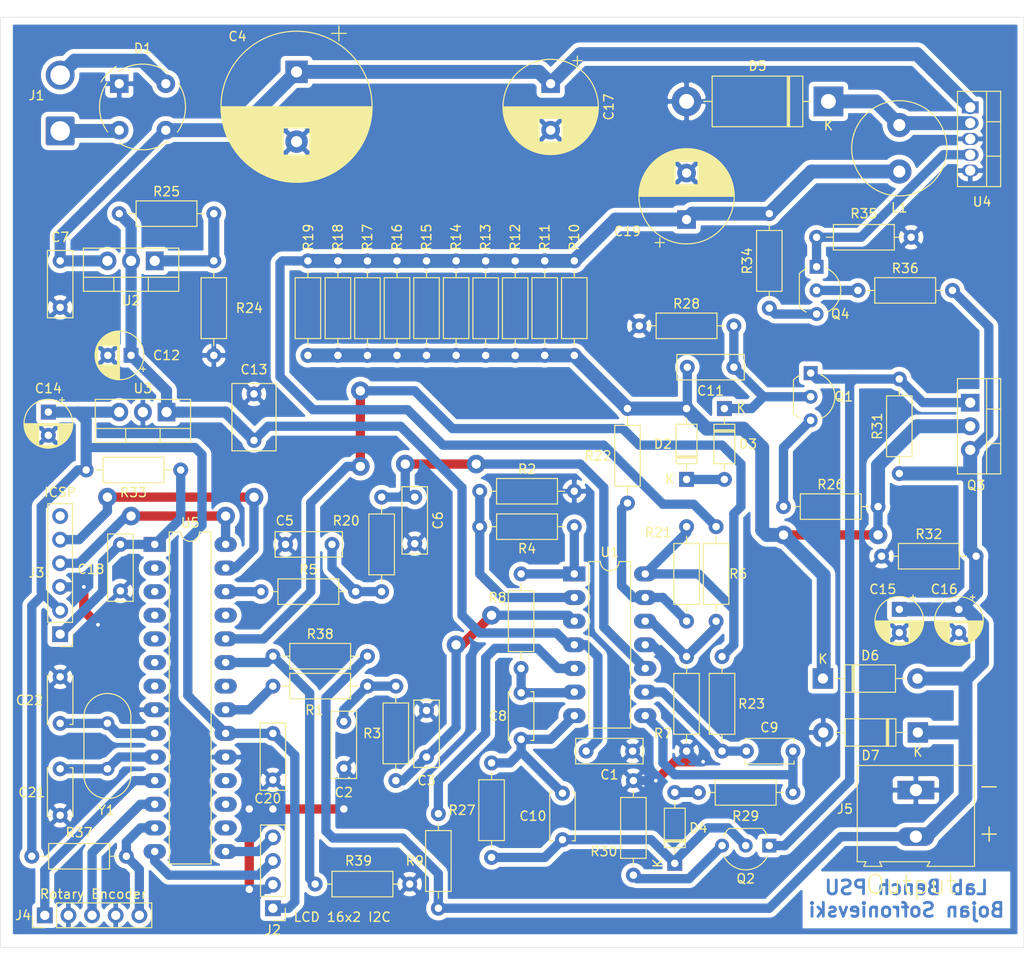
<source format=kicad_pcb>
(kicad_pcb (version 20211014) (generator pcbnew)
  (layers (0 "F.Cu" signal) (31 "B.Cu" signal) (34 "B.Paste" user) (35 "F.Paste" user) (36 "B.SilkS" user "B.Silkscreen") (37 "F.SilkS" user "F.Silkscreen") (38 "B.Mask" user) (39 "F.Mask" user) (44 "Edge.Cuts" user))
  (net 0 "")
  (net 1 "+18V")
  (net 2 "GND")
  (net 3 "Net-(C2-Pad1)")
  (net 4 "Net-(C3-Pad1)")
  (net 5 "VDC")
  (net 6 "Net-(C5-Pad1)")
  (net 7 "Net-(C6-Pad1)")
  (net 8 "Net-(C8-Pad2)")
  (net 9 "Net-(C10-Pad2)")
  (net 10 "Net-(C9-Pad1)")
  (net 11 "Net-(C9-Pad2)")
  (net 12 "Clim")
  (net 13 "Net-(C11-Pad2)")
  (net 14 "Net-(C11-Pad1)")
  (net 15 "+5V")
  (net 16 "Vout")
  (net 17 "Vpp")
  (net 18 "Vpre")
  (net 19 "OSC1")
  (net 20 "OSC2")
  (net 21 "/AC1")
  (net 22 "/AC2")
  (net 23 "Net-(D2-Pad1)")
  (net 24 "Net-(D4-Pad2)")
  (net 25 "Net-(D5-Pad1)")
  (net 26 "SCL")
  (net 27 "SDA")
  (net 28 "PGD")
  (net 29 "PGC")
  (net 30 "Net-(J3-Pad6)")
  (net 31 "Net-(Q1-Pad3)")
  (net 32 "Net-(Q1-Pad1)")
  (net 33 "Net-(Q2-Pad3)")
  (net 34 "Net-(Q4-Pad2)")
  (net 35 "Net-(Q4-Pad3)")
  (net 36 "Net-(Q4-Pad1)")
  (net 37 "Vset")
  (net 38 "Net-(R2-Pad1)")
  (net 39 "Net-(R4-Pad1)")
  (net 40 "Iset")
  (net 41 "Net-(R6-Pad2)")
  (net 42 "Net-(R9-Pad1)")
  (net 43 "Net-(R21-Pad1)")
  (net 44 "Iout")
  (net 45 "Net-(R24-Pad1)")
  (net 46 "RotSw")
  (net 47 "RotEncB")
  (net 48 "RotEncA")
  (net 49 "Net-(U5-Pad16)")
  (net 50 "Net-(U5-Pad4)")
  (net 51 "Net-(U5-Pad22)")
  (net 52 "Net-(U5-Pad25)")
  (net 53 "Net-(U5-Pad2)")
  (net 54 "Net-(U5-Pad3)")
  (net 55 "Net-(U5-Pad5)")
  (net 56 "Net-(U5-Pad6)")
  (net 57 "Net-(U5-Pad7)")
  (net 58 "Net-(U5-Pad17)")
  (net 59 "Net-(U5-Pad18)")
  (net 60 "VoutADC")
  (footprint "Capacitor_THT:C_Rect_L7.0mm_W2.5mm_P5.00mm" (layer "F.Cu") (at 147.955 128.905)
    (fp_text reference "C1")
    (fp_text value "100nF")
  )
  (footprint "Capacitor_THT:C_Rect_L7.0mm_W2.5mm_P5.00mm" (layer "F.Cu") (at 121.92 125.73 -90)
    (fp_text reference "C2")
    (fp_text value "100nF")
  )
  (footprint "Capacitor_THT:CP_Radial_D16.0mm_P7.50mm" (layer "F.Cu") (at 116.84 55.88 -90)
    (fp_text reference "C4")
    (fp_text value "2200uF")
  )
  (footprint "Capacitor_THT:C_Rect_L7.0mm_W2.5mm_P5.00mm" (layer "F.Cu") (at 120.65 106.68 180)
    (fp_text reference "C5")
    (fp_text value "100nF")
  )
  (footprint "Capacitor_THT:C_Rect_L7.0mm_W2.5mm_P5.00mm" (layer "F.Cu") (at 129.54 101.6 -90)
    (fp_text reference "C6")
    (fp_text value "100nF")
  )
  (footprint "Capacitor_THT:C_Rect_L7.0mm_W2.5mm_P5.00mm" (layer "F.Cu") (at 91.44 76.2 -90)
    (fp_text reference "C7")
    (fp_text value "100nF")
  )
  (footprint "Capacitor_THT:C_Disc_D5.0mm_W2.5mm_P5.00mm" (layer "F.Cu") (at 140.97 127.635 90)
    (fp_text reference "C8")
    (fp_text value "10nF")
  )
  (footprint "Capacitor_THT:C_Rect_L7.0mm_W2.5mm_P5.00mm" (layer "F.Cu") (at 163.83 87.63 180)
    (fp_text reference "C11")
    (fp_text value "100nF")
  )
  (footprint "Capacitor_THT:CP_Radial_D5.0mm_P2.50mm" (layer "F.Cu") (at 99.06 86.36 180)
    (fp_text reference "C12")
    (fp_text value "1uF")
  )
  (footprint "Capacitor_THT:C_Rect_L7.0mm_W4.5mm_P5.00mm" (layer "F.Cu") (at 112.268 95.504 90)
    (fp_text reference "C13")
    (fp_text value "330nF")
  )
  (footprint "Capacitor_THT:CP_Radial_D5.0mm_P2.50mm" (layer "F.Cu") (at 181.61 113.665 -90)
    (fp_text reference "C15")
    (fp_text value "10uF")
  )
  (footprint "Capacitor_THT:CP_Radial_D5.0mm_P2.50mm" (layer "F.Cu") (at 188.01 113.665 -90)
    (fp_text reference "C16")
    (fp_text value "10uF")
  )
  (footprint "Capacitor_THT:CP_Radial_D10.0mm_P5.00mm" (layer "F.Cu") (at 144.145 57.15 -90)
    (fp_text reference "C17")
    (fp_text value "100uF/50 V")
  )
  (footprint "Capacitor_THT:C_Rect_L7.0mm_W2.5mm_P5.00mm" (layer "F.Cu") (at 97.917 106.68 -90)
    (fp_text reference "C18")
    (fp_text value "100nF")
  )
  (footprint "Capacitor_THT:CP_Radial_D10.0mm_P5.00mm" (layer "F.Cu") (at 158.75 71.755 90)
    (fp_text reference "C19")
    (fp_text value "1000uF/25 V")
  )
  (footprint "Capacitor_THT:C_Rect_L7.0mm_W2.5mm_P5.00mm" (layer "F.Cu") (at 114.3 127 -90)
    (fp_text reference "C20")
    (fp_text value "100nF")
  )
  (footprint "Capacitor_THT:C_Disc_D5.0mm_W2.5mm_P5.00mm" (layer "F.Cu") (at 91.44 130.81 -90)
    (fp_text reference "C21")
    (fp_text value "22pF")
  )
  (footprint "Capacitor_THT:C_Disc_D5.0mm_W2.5mm_P5.00mm" (layer "F.Cu") (at 91.44 125.9205 90)
    (fp_text reference "C22")
    (fp_text value "22pF")
  )
  (footprint "Diode_THT:Diode_Bridge_Round_D9.0mm" (layer "F.Cu") (at 97.79 57.15)
    (fp_text reference "D1")
    (fp_text value "1.5 A Bridge Rectifier")
  )
  (footprint "Diode_THT:D_DO-35_SOD27_P7.62mm_Horizontal" (layer "F.Cu") (at 158.75 99.695 90)
    (fp_text reference "D2")
    (fp_text value "1N4148")
  )
  (footprint "Diode_THT:D_DO-35_SOD27_P7.62mm_Horizontal" (layer "F.Cu") (at 162.814 92.075 -90)
    (fp_text reference "D3")
    (fp_text value "1N4148")
  )
  (footprint "Diode_THT:D_DO-35_SOD27_P7.62mm_Horizontal" (layer "F.Cu") (at 157.48 140.97 90)
    (fp_text reference "D4")
    (fp_text value "1N4148")
  )
  (footprint "Diode_THT:D_DO-201AD_P15.24mm_Horizontal" (layer "F.Cu") (at 173.99 59.055 180)
    (fp_text reference "D5")
    (fp_text value "1N5822")
  )
  (footprint "Connector_Wire:SolderWire-1.5sqmm_1x02_P6mm_D1.7mm_OD3mm" (layer "F.Cu") (at 91.44 62.23 90)
    (fp_text reference "J1")
    (fp_text value "Transformer Output/18 Vrms")
  )
  (footprint "Inductor_THT:L_Radial_D10.0mm_P5.00mm_Fastron_07M" (layer "F.Cu") (at 181.61 61.595 -90)
    (fp_text reference "L1")
    (fp_text value "100uH")
  )
  (footprint "Package_TO_SOT_THT:TO-92_Inline_Wide" (layer "F.Cu") (at 172.085 88.265 -90)
    (fp_text reference "Q1")
    (fp_text value "BC557")
  )
  (footprint "Package_TO_SOT_THT:TO-92_Inline_Wide" (layer "F.Cu") (at 167.64 139.065 180)
    (fp_text reference "Q2")
    (fp_text value "BC547")
  )
  (footprint "Package_TO_SOT_THT:TO-220-3_Vertical" (layer "F.Cu") (at 189.23 91.44 -90)
    (fp_text reference "Q3")
    (fp_text value "TIP41C")
  )
  (footprint "Package_TO_SOT_THT:TO-92_Inline_Wide" (layer "F.Cu") (at 172.72 76.835 -90)
    (fp_text reference "Q4")
    (fp_text value "BC557")
  )
  (footprint "Resistor_THT:R_Axial_DIN0207_L6.3mm_D2.5mm_P10.16mm_Horizontal" (layer "F.Cu") (at 114.3 121.92)
    (fp_text reference "R1")
    (fp_text value "10k")
  )
  (footprint "Resistor_THT:R_Axial_DIN0207_L6.3mm_D2.5mm_P10.16mm_Horizontal" (layer "F.Cu") (at 136.525 100.965)
    (fp_text reference "R2")
    (fp_text value "7k5")
  )
  (footprint "Resistor_THT:R_Axial_DIN0207_L6.3mm_D2.5mm_P10.16mm_Horizontal" (layer "F.Cu") (at 127.508 121.92 -90)
    (fp_text reference "R3")
    (fp_text value "10k")
  )
  (footprint "Resistor_THT:R_Axial_DIN0207_L6.3mm_D2.5mm_P10.16mm_Horizontal" (layer "F.Cu") (at 146.685 104.775 180)
    (fp_text reference "R4")
    (fp_text value "15k")
  )
  (footprint "Resistor_THT:R_Axial_DIN0207_L6.3mm_D2.5mm_P10.16mm_Horizontal" (layer "F.Cu") (at 113.03 111.76)
    (fp_text reference "R5")
    (fp_text value "10k")
  )
  (footprint "Resistor_THT:R_Axial_DIN0207_L6.3mm_D2.5mm_P10.16mm_Horizontal" (layer "F.Cu") (at 161.925 104.775 -90)
    (fp_text reference "R6")
    (fp_text value "100k")
  )
  (footprint "Resistor_THT:R_Axial_DIN0207_L6.3mm_D2.5mm_P10.16mm_Horizontal" (layer "F.Cu") (at 158.75 128.905 90)
    (fp_text reference "R7")
    (fp_text value "1M")
  )
  (footprint "Resistor_THT:R_Axial_DIN0207_L6.3mm_D2.5mm_P10.16mm_Horizontal" (layer "F.Cu") (at 140.97 120.015 90)
    (fp_text reference "R8")
    (fp_text value "1k")
  )
  (footprint "Resistor_THT:R_Axial_DIN0207_L6.3mm_D2.5mm_P10.16mm_Horizontal" (layer "F.Cu") (at 146.685 86.36 90)
    (fp_text reference "R10")
    (fp_text value "1R")
  )
  (footprint "Resistor_THT:R_Axial_DIN0207_L6.3mm_D2.5mm_P10.16mm_Horizontal" (layer "F.Cu") (at 143.51 86.36 90)
    (fp_text reference "R11")
    (fp_text value "1R")
  )
  (footprint "Resistor_THT:R_Axial_DIN0207_L6.3mm_D2.5mm_P10.16mm_Horizontal" (layer "F.Cu") (at 140.335 86.37 90)
    (fp_text reference "R12")
    (fp_text value "1R")
  )
  (footprint "Resistor_THT:R_Axial_DIN0207_L6.3mm_D2.5mm_P10.16mm_Horizontal" (layer "F.Cu") (at 137.16 86.37 90)
    (fp_text reference "R13")
    (fp_text value "1R")
  )
  (footprint "Resistor_THT:R_Axial_DIN0207_L6.3mm_D2.5mm_P10.16mm_Horizontal" (layer "F.Cu") (at 133.985 86.36 90)
    (fp_text reference "R14")
    (fp_text value "1R")
  )
  (footprint "Resistor_THT:R_Axial_DIN0207_L6.3mm_D2.5mm_P10.16mm_Horizontal" (layer "F.Cu") (at 130.81 86.36 90)
    (fp_text reference "R15")
    (fp_text value "1R")
  )
  (footprint "Resistor_THT:R_Axial_DIN0207_L6.3mm_D2.5mm_P10.16mm_Horizontal" (layer "F.Cu") (at 127.635 86.36 90)
    (fp_text reference "R16")
    (fp_text value "1R")
  )
  (footprint "Resistor_THT:R_Axial_DIN0207_L6.3mm_D2.5mm_P10.16mm_Horizontal" (layer "F.Cu") (at 124.46 86.37 90)
    (fp_text reference "R17")
    (fp_text value "1R")
  )
  (footprint "Resistor_THT:R_Axial_DIN0207_L6.3mm_D2.5mm_P10.16mm_Horizontal" (layer "F.Cu") (at 121.285 86.36 90)
    (fp_text reference "R18")
    (fp_text value "1R")
  )
  (footprint "Resistor_THT:R_Axial_DIN0207_L6.3mm_D2.5mm_P10.16mm_Horizontal" (layer "F.Cu") (at 118.06 86.36 90)
    (fp_text reference "R19")
    (fp_text value "1R")
  )
  (footprint "Resistor_THT:R_Axial_DIN0207_L6.3mm_D2.5mm_P10.16mm_Horizontal" (layer "F.Cu") (at 125.984 111.76 90)
    (fp_text reference "R20")
    (fp_text value "10k")
  )
  (footprint "Resistor_THT:R_Axial_DIN0207_L6.3mm_D2.5mm_P10.16mm_Horizontal" (layer "F.Cu") (at 152.4 92.075 -90)
    (fp_text reference "R22")
    (fp_text value "100k")
  )
  (footprint "Resistor_THT:R_Axial_DIN0207_L6.3mm_D2.5mm_P10.16mm_Horizontal" (layer "F.Cu") (at 162.56 118.745 -90)
    (fp_text reference "R23")
    (fp_text value "1k")
  )
  (footprint "Resistor_THT:R_Axial_DIN0207_L6.3mm_D2.5mm_P10.16mm_Horizontal" (layer "F.Cu") (at 107.95 76.2 -90)
    (fp_text reference "R24")
    (fp_text value "3k3")
  )
  (footprint "Resistor_THT:R_Axial_DIN0207_L6.3mm_D2.5mm_P10.16mm_Horizontal" (layer "F.Cu") (at 97.79 71.12)
    (fp_text reference "R25")
    (fp_text value "240R")
  )
  (footprint "Resistor_THT:R_Axial_DIN0207_L6.3mm_D2.5mm_P10.16mm_Horizontal" (layer "F.Cu") (at 169.164 102.616)
    (fp_text reference "R26")
    (fp_text value "68R")
  )
  (footprint "Resistor_THT:R_Axial_DIN0207_L6.3mm_D2.5mm_P10.16mm_Horizontal" (layer "F.Cu") (at 137.795 140.335 90)
    (fp_text reference "R27")
    (fp_text value "2k2")
  )
  (footprint "Resistor_THT:R_Axial_DIN0207_L6.3mm_D2.5mm_P10.16mm_Horizontal" (layer "F.Cu") (at 153.67 83.185)
    (fp_text reference "R28")
    (fp_text value "10k")
  )
  (footprint "Resistor_THT:R_Axial_DIN0207_L6.3mm_D2.5mm_P10.16mm_Horizontal" (layer "F.Cu") (at 160.02 133.35)
    (fp_text reference "R29")
    (fp_text value "470R")
  )
  (footprint "Resistor_THT:R_Axial_DIN0207_L6.3mm_D2.5mm_P10.16mm_Horizontal" (layer "F.Cu") (at 153.035 132.08 -90)
    (fp_text reference "R30")
    (fp_text value "22R")
  )
  (footprint "Resistor_THT:R_Axial_DIN0207_L6.3mm_D2.5mm_P10.16mm_Horizontal" (layer "F.Cu") (at 181.61 99.06 90)
    (fp_text reference "R31")
    (fp_text value "470R")
  )
  (footprint "Resistor_THT:R_Axial_DIN0207_L6.3mm_D2.5mm_P10.16mm_Horizontal" (layer "F.Cu") (at 179.705 107.95)
    (fp_text reference "R32")
    (fp_text value "1k")
  )
  (footprint "Resistor_THT:R_Axial_DIN0207_L6.3mm_D2.5mm_P10.16mm_Horizontal" (layer "F.Cu") (at 104.394 98.679 180)
    (fp_text reference "R33")
    (fp_text value "10k")
  )
  (footprint "Resistor_THT:R_Axial_DIN0207_L6.3mm_D2.5mm_P10.16mm_Horizontal" (layer "F.Cu") (at 167.64 81.28 90)
    (fp_text reference "R34")
    (fp_text value "6k5")
  )
  (footprint "Resistor_THT:R_Axial_DIN0207_L6.3mm_D2.5mm_P10.16mm_Horizontal" (layer "F.Cu") (at 182.88 73.66 180)
    (fp_text reference "R35")
    (fp_text value "10k")
  )
  (footprint "Resistor_THT:R_Axial_DIN0207_L6.3mm_D2.5mm_P10.16mm_Horizontal" (layer "F.Cu") (at 177.165 79.375)
    (fp_text reference "R36")
    (fp_text value "10k")
  )
  (footprint "Resistor_THT:R_Axial_DIN0207_L6.3mm_D2.5mm_P10.16mm_Horizontal" (layer "F.Cu") (at 98.552 140.208 180)
    (fp_text reference "R37")
    (fp_text value "10k")
  )
  (footprint "Package_TO_SOT_THT:TO-220-3_Vertical" (layer "F.Cu") (at 101.6 76.2 180)
    (fp_text reference "U2")
    (fp_text value "LM317_TO-220")
  )
  (footprint "Package_TO_SOT_THT:TO-220-3_Vertical" (layer "F.Cu") (at 102.87 92.456 180)
    (fp_text reference "U3")
    (fp_text value "LM7805_TO220")
  )
  (footprint "Package_TO_SOT_THT:TO-220-5_Vertical" (layer "F.Cu") (at 189.23 59.69 -90)
    (fp_text reference "U4")
    (fp_text value "LM2576T-ADJ")
  )
  (footprint "Package_DIP:DIP-28_W7.62mm_LongPads" (layer "F.Cu") (at 101.6 106.68)
    (fp_text reference "U5")
    (fp_text value "PIC16F18855-xSP")
  )
  (footprint "Connector_PinHeader_2.54mm:PinHeader_1x06_P2.54mm_Vertical" (layer "F.Cu") (at 91.44 116.332 180)
    (fp_text reference "J3")
    (fp_text value "ICSP")
  )
  (footprint "Capacitor_THT:C_Rect_L7.0mm_W2.5mm_P5.00mm" (layer "F.Cu") (at 130.81 129.54 90)
    (fp_text reference "C3")
    (fp_text value "100nF")
  )
  (footprint "Capacitor_THT:CP_Radial_D5.0mm_P2.50mm" (layer "F.Cu") (at 90.17 92.456 -90)
    (fp_text reference "C14")
    (fp_text value "1uF")
  )
  (footprint "Capacitor_THT:C_Disc_D5.0mm_W2.5mm_P5.00mm" (layer "F.Cu") (at 170.18 128.905 180)
    (fp_text reference "C9")
    (fp_text value "10nF")
  )
  (footprint "Crystal:Crystal_HC18-U_Vertical" (layer "F.Cu") (at 96.52 130.81 90)
    (fp_text reference "Y1")
    (fp_text value "20 MHz Crystal")
  )
  (footprint "Package_DIP:DIP-14_W7.62mm_LongPads" (layer "F.Cu") (at 146.685 109.855)
    (fp_text reference "U1")
    (fp_text value "LM324")
  )
  (footprint "Capacitor_THT:C_Disc_D5.0mm_W2.5mm_P5.00mm" (layer "F.Cu") (at 145.415 138.43 90)
    (fp_text reference "C10")
    (fp_text value "10nF")
  )
  (footprint "Resistor_THT:R_Axial_DIN0207_L6.3mm_D2.5mm_P10.16mm_Horizontal" (layer "F.Cu") (at 158.75 114.935 90)
    (fp_text reference "R21")
    (fp_text value "1M")
  )
  (footprint "TerminalBlock:TerminalBlock_Altech_AK300-2_P5.00mm" (layer "F.Cu") (at 183.388 133.096 -90)
    (fp_text reference "J5")
    (fp_text value "Output")
  )
  (footprint "Resistor_THT:R_Axial_DIN0207_L6.3mm_D2.5mm_P10.16mm_Horizontal" (layer "F.Cu") (at 132.08 135.636 -90)
    (fp_text reference "R9")
    (fp_text value "1k")
  )
  (footprint "Connector_PinHeader_2.54mm:PinHeader_1x04_P2.54mm_Vertical" (layer "F.Cu") (at 114.3 145.796 180)
    (fp_text reference "J2")
    (fp_text value "LCD 16x2 with I2C module")
  )
  (footprint "Connector_PinHeader_2.54mm:PinHeader_1x05_P2.54mm_Vertical" (layer "F.Cu") (at 89.789 146.558 90)
    (fp_text reference "J4")
    (fp_text value "Rotary Encoder")
  )
  (footprint "Diode_THT:D_DO-41_SOD81_P10.16mm_Horizontal" (layer "F.Cu") (at 173.4 121.1)
    (fp_text reference "D6")
    (fp_text value "1N4007")
  )
  (footprint "Diode_THT:D_DO-41_SOD81_P10.16mm_Horizontal" (layer "F.Cu") (at 183.6 126.9 180)
    (fp_text reference "D7")
    (fp_text value "1N4007")
  )
  (footprint "Resistor_THT:R_Axial_DIN0207_L6.3mm_D2.5mm_P10.16mm_Horizontal" (layer "F.Cu") (at 114.3 118.7)
    (fp_text reference "R38")
    (fp_text value "15k")
  )
  (footprint "Resistor_THT:R_Axial_DIN0207_L6.3mm_D2.5mm_P10.16mm_Horizontal" (layer "F.Cu") (at 129 143.2 180)
    (fp_text reference "R39")
    (fp_text value "7k5")
  )
  (gr_line (start 85 150) (end 85 50) (layer "Edge.Cuts") (width 0.05))
  (gr_line (start 195 150) (end 85 150) (layer "Edge.Cuts") (width 0.05))
  (gr_line (start 195 50) (end 195 150) (layer "Edge.Cuts") (width 0.05))
  (gr_line (start 85 50) (end 195 50) (layer "Edge.Cuts") (width 0.05))
  (gr_text "Lab Bench PSU\nBojan Sofronievski" (at 182.372 144.78) (layer "B.Cu") (effects (font (size 1.5 1.5) (thickness 0.3)) (justify mirror)))
  (gr_text "LCD 16x2 I2C" (at 121.75 146.75) (layer "F.SilkS") (effects (font (size 1 1))))
  (gr_text "ICSP" (at 91.44 101.092) (layer "F.SilkS") (effects (font (size 1 1))))
  (gr_text "Output" (at 182.88 143.256) (layer "F.SilkS") (effects (font (size 2 2))))
  (gr_text "-" (at 191.262 132.588) (layer "F.SilkS") (effects (font (size 2 2))))
  (gr_text "+" (at 191.262 137.668) (layer "F.SilkS") (effects (font (size 2 2))))
  (gr_text "Rotary Encoder" (at 94.996 144.272) (layer "F.SilkS") (effects (font (size 1 1))))
  (segment (start 146.685 117.475) (end 147.955 117.475) (width 1) (layer "B.Cu") (net 1))
  (segment (start 134.62 100.584) (end 128.016 93.98) (width 1) (layer "B.Cu") (net 1))
  (segment (start 102.87 90.17) (end 99.06 86.36) (width 1.2) (layer "B.Cu") (net 1))
  (segment (start 102.87 92.456) (end 109.22 92.456) (width 1.2) (layer "B.Cu") (net 1))
  (segment (start 99.06 76.2) (end 99.06 86.36) (width 1.2) (layer "B.Cu") (net 1))
  (segment (start 144.78 116.205) (end 136.525 116.205) (width 1) (layer "B.Cu") (net 1))
  (segment (start 99.06 72.39) (end 97.79 71.12) (width 1.2) (layer "B.Cu") (net 1))
  (segment (start 134.62 114.3) (end 134.62 100.584) (width 1) (layer "B.Cu") (net 1))
  (segment (start 102.87 92.456) (end 102.87 90.17) (width 1.2) (layer "B.Cu") (net 1))
  (segment (start 113.792 93.98) (end 112.268 95.504) (width 1) (layer "B.Cu") (net 1))
  (segment (start 147.955 117.475) (end 149.225 118.745) (width 1) (layer "B.Cu") (net 1))
  (segment (start 128.016 93.98) (end 113.792 93.98) (width 1) (layer "B.Cu") (net 1))
  (segment (start 109.22 92.456) (end 112.268 95.504) (width 1.2) (layer "B.Cu") (net 1))
  (segment (start 149.225 127.635) (end 147.955 128.905) (width 1) (layer "B.Cu") (net 1))
  (segment (start 146.685 117.475) (end 146.05 117.475) (width 1) (layer "B.Cu") (net 1))
  (segment (start 146.05 117.475) (end 144.78 116.205) (width 1) (layer "B.Cu") (net 1))
  (segment (start 99.06 76.2) (end 99.06 72.39) (width 1.2) (layer "B.Cu") (net 1))
  (segment (start 149.225 118.745) (end 149.225 127.635) (width 1) (layer "B.Cu") (net 1))
  (segment (start 136.525 116.205) (end 134.62 114.3) (width 1) (layer "B.Cu") (net 1))
  (segment (start 157.48 130.048) (end 160.528 130.048) (width 1) (layer "F.Cu") (net 2))
  (segment (start 155.448 132.08) (end 157.48 130.048) (width 1) (layer "F.Cu") (net 2))
  (segment (start 93.98 113.792) (end 95.504 115.316) (width 1) (layer "F.Cu") (net 2))
  (segment (start 121.92 135.128) (end 114.3 135.128) (width 1) (layer "F.Cu") (net 2))
  (segment (start 111.76 143.764) (end 111.76 135.128) (width 1) (layer "F.Cu") (net 2))
  (segment (start 93.98 111.252) (end 93.98 113.792) (width 1) (layer "F.Cu") (net 2))
  (via (at 95.504 115.316) (size 0.8) (drill 0.4) (layers "F.Cu" "B.Cu") (net 2))
  (via (at 160.528 130.048) (size 0.8) (drill 0.4) (layers "F.Cu" "B.Cu") (net 2))
  (via (at 93.98 111.252) (size 0.8) (drill 0.4) (layers "F.Cu" "B.Cu") (net 2))
  (via (at 111.76 135.128) (size 1) (drill 0.8) (layers "F.Cu" "B.Cu") (net 2))
  (via (at 121.92 135.128) (size 1) (drill 0.8) (layers "F.Cu" "B.Cu") (net 2))
  (via (at 114.3 135.128) (size 1) (drill 0.8) (layers "F.Cu" "B.Cu") (net 2))
  (via (at 111.76 143.764) (size 1) (drill 0.8) (layers "F.Cu" "B.Cu") (net 2))
  (via (at 155.448 132.08) (size 0.8) (drill 0.4) (layers "F.Cu" "B.Cu") (net 2))
  (segment (start 121.92 130.73) (end 121.92 135.128) (width 1) (layer "B.Cu") (net 2))
  (segment (start 114.3 143.256) (end 113.792 143.764) (width 1) (layer "B.Cu") (net 2))
  (segment (start 153.035 132.08) (end 155.448 132.08) (width 1) (layer "B.Cu") (net 2))
  (segment (start 155.067 117.475) (end 156.464 118.872) (width 1) (layer "B.Cu") (net 2))
  (segment (start 159.893 130.048) (end 158.75 128.905) (width 1) (layer "B.Cu") (net 2))
  (segment (start 160.528 130.048) (end 159.893 130.048) (width 1) (layer "B.Cu") (net 2))
  (segment (start 91.44 111.252) (end 93.98 111.252) (width 1) (layer "B.Cu") (net 2))
  (segment (start 154.305 117.475) (end 155.067 117.475) (width 1) (layer "B.Cu") (net 2))
  (segment (start 113.792 143.764) (end 111.76 143.764) (width 1) (layer "B.Cu") (net 2))
  (segment (start 121.92 125.73) (end 121.92 124.46) (width 1) (layer "B.Cu") (net 3))
  (segment (start 124.46 121.92) (end 127.508 121.92) (width 1) (layer "B.Cu") (net 3))
  (segment (start 121.92 124.46) (end 124.46 121.92) (width 1) (layer "B.Cu") (net 3))
  (segment (start 134.62 117.475) (end 137.795 114.3) (width 1) (layer "F.Cu") (net 4))
  (segment (start 133.985 117.475) (end 134.62 117.475) (width 1) (layer "F.Cu") (net 4))
  (via (at 137.795 114.3) (size 2) (drill 1) (layers "F.Cu" "B.Cu") (net 4))
  (via (at 133.985 117.475) (size 2) (drill 1) (layers "F.Cu" "B.Cu") (net 4))
  (segment (start 137.795 114.3) (end 146.05 114.3) (width 1) (layer "B.Cu") (net 4))
  (segment (start 130.81 129.54) (end 133.985 126.365) (width 1) (layer "B.Cu") (net 4))
  (segment (start 133.985 126.365) (end 133.985 117.475) (width 1) (layer "B.Cu") (net 4))
  (segment (start 127.508 132.08) (end 128.27 132.08) (width 1) (layer "B.Cu") (net 4))
  (segment (start 128.27 132.08) (end 130.81 129.54) (width 1) (layer "B.Cu") (net 4))
  (segment (start 146.05 114.3) (end 146.685 114.935) (width 1) (layer "B.Cu") (net 4))
  (segment (start 102.79 62.15) (end 110.57 62.15) (width 1.5) (layer "B.Cu") (net 5))
  (segment (start 147.32 53.975) (end 183.515 53.975) (width 1.5) (layer "B.Cu") (net 5))
  (segment (start 142.875 55.88) (end 144.145 57.15) (width 1.5) (layer "B.Cu") (net 5))
  (segment (start 102.79 62.15) (end 91.44 73.5) (width 1.2) (layer "B.Cu") (net 5))
  (segment (start 110.57 62.15) (end 116.84 55.88) (width 1.5) (layer "B.Cu") (net 5))
  (segment (start 116.84 55.88) (end 142.875 55.88) (width 1.5) (layer "B.Cu") (net 5))
  (segment (start 91.44 76.2) (end 96.52 76.2) (width 1.2) (layer "B.Cu") (net 5))
  (segment (start 91.44 73.5) (end 91.44 76.2) (width 1.2) (layer "B.Cu") (net 5))
  (segment (start 144.145 57.15) (end 147.32 53.975) (width 1.5) (layer "B.Cu") (net 5))
  (segment (start 183.515 53.975) (end 189.23 59.69) (width 1.5) (layer "B.Cu") (net 5))
  (segment (start 123.19 111.76) (end 125.984 111.76) (width 1) (layer "B.Cu") (net 6))
  (segment (start 120.65 106.68) (end 120.65 109.22) (width 1) (layer "B.Cu") (net 6))
  (segment (start 120.65 109.22) (end 123.19 111.76) (width 1) (layer "B.Cu") (net 6))
  (segment (start 136.144 98.044) (end 128.524 98.044) (width 1) (layer "F.Cu") (net 7))
  (via (at 128.524 98.044) (size 2) (drill 1) (layers "F.Cu" "B.Cu") (net 7))
  (via (at 136.144 98.044) (size 2) (drill 1) (layers "F.Cu" "B.Cu") (net 7))
  (segment (start 125.984 101.6) (end 128.016 101.6) (width 1) (layer "B.Cu") (net 7))
  (segment (start 149.86 115.57) (end 149.86 100.584) (width 1) (layer "B.Cu") (net 7))
  (segment (start 128.524 98.044) (end 128.524 101.092) (width 1) (layer "B.Cu") (net 7))
  (segment (start 149.86 100.584) (end 147.32 98.044) (width 1) (layer "B.Cu") (net 7))
  (segment (start 154.305 120.015) (end 149.86 115.57) (width 1) (layer "B.Cu") (net 7))
  (segment (start 128.524 101.092) (end 128.016 101.6) (width 1) (layer "B.Cu") (net 7))
  (segment (start 128.016 101.6) (end 129.54 101.6) (width 1) (layer "B.Cu") (net 7))
  (segment (start 147.32 98.044) (end 136.144 98.044) (width 1) (layer "B.Cu") (net 7))
  (segment (start 140.97 122.635) (end 146.605 122.635) (width 1) (layer "B.Cu") (net 8))
  (segment (start 140.97 120.015) (end 140.97 122.635) (width 1) (layer "B.Cu") (net 8))
  (segment (start 146.605 122.635) (end 146.685 122.555) (width 1) (layer "B.Cu") (net 8))
  (segment (start 140.97 128.985) (end 145.415 133.43) (width 1) (layer "B.Cu") (net 9))
  (segment (start 139.78 130.175) (end 140.97 128.985) (width 1) (layer "B.Cu") (net 9))
  (segment (start 144.145 127.635) (end 146.685 125.095) (width 1) (layer "B.Cu") (net 9))
  (segment (start 140.97 127.635) (end 140.97 128.985) (width 1) (layer "B.Cu") (net 9))
  (segment (start 137.795 130.175) (end 139.78 130.175) (width 1) (layer "B.Cu") (net 9))
  (segment (start 140.97 127.635) (end 144.145 127.635) (width 1) (layer "B.Cu") (net 9))
  (segment (start 170.18 131.445) (end 170.18 133.35) (width 1) (layer "B.Cu") (net 10))
  (segment (start 156.21 127) (end 156.21 130.175) (width 1) (layer "B.Cu") (net 10))
  (segment (start 157.48 131.445) (end 170.18 131.445) (width 1) (layer "B.Cu") (net 10))
  (segment (start 154.305 125.095) (end 156.21 127) (width 1) (layer "B.Cu") (net 10))
  (segment (start 156.21 130.175) (end 157.48 131.445) (width 1) (layer "B.Cu") (net 10))
  (segment (start 170.18 128.905) (end 170.18 131.445) (width 1) (layer "B.Cu") (net 10))
  (segment (start 162.56 128.905) (end 165.18 128.905) (width 1) (layer "B.Cu") (net 11))
  (segment (start 154.305 122.555) (end 156.21 122.555) (width 1) (layer "B.Cu") (net 11))
  (segment (start 156.21 122.555) (end 162.56 128.905) (width 1) (layer "B.Cu") (net 11))
  (segment (start 137.795 140.335) (end 143.51 140.335) (width 1) (layer "B.Cu") (net 12))
  (segment (start 154.94 138.43) (end 157.48 140.97) (width 1) (layer "B.Cu") (net 12))
  (segment (start 163.195 137.16) (end 165.1 139.065) (width 1) (layer "B.Cu") (net 12))
  (segment (start 145.415 138.43) (end 154.94 138.43) (width 1) (layer "B.Cu") (net 12))
  (segment (start 143.51 140.335) (end 145.415 138.43) (width 1) (layer "B.Cu") (net 12))
  (segment (start 161.036 137.16) (end 163.195 137.16) (width 1) (layer "B.Cu") (net 12))
  (segment (start 157.48 140.97) (end 157.48 140.716) (width 1) (layer "B.Cu") (net 12))
  (segment (start 157.48 140.716) (end 161.036 137.16) (width 1) (layer "B.Cu") (net 12))
  (segment (start 179.324 105.664) (end 169.164 105.664) (width 1) (layer "F.Cu") (net 13))
  (via (at 169.164 105.664) (size 2) (drill 1) (layers "F.Cu" "B.Cu") (net 13))
  (via (at 179.324 105.664) (size 2) (drill 1) (layers "F.Cu" "B.Cu") (net 13))
  (segment (start 164.846 94.234) (end 166.878 96.266) (width 1.5) (layer "B.Cu") (net 13))
  (segment (start 189.23 93.98) (end 183.515 93.98) (width 1.5) (layer "B.Cu") (net 13))
  (segment (start 152.4 92.075) (end 158.75 92.075) (width 1.5) (layer "B.Cu") (net 13))
  (segment (start 158.83 87.63) (end 158.83 91.995) (width 1) (layer "B.Cu") (net 13))
  (segment (start 173.482 121.158) (end 173.482 109.982) (width 1.5) (layer "B.Cu") (net 13))
  (segment (start 146.685 86.36) (end 152.4 92.075) (width 1.5) (layer "B.Cu") (net 13))
  (segment (start 166.878 105.156) (end 167.386 105.664) (width 1.5) (layer "B.Cu") (net 13))
  (segment (start 179.324 98.171) (end 183.515 93.98) (width 1.5) (layer "B.Cu") (net 13))
  (segment (start 118.06 86.36) (end 146.685 86.36) (width 1.5) (layer "B.Cu") (net 13))
  (segment (start 160.909 94.234) (end 164.846 94.234) (width 1.5) (layer "B.Cu") (net 13))
  (segment (start 179.324 102.616) (end 179.324 105.664) (width 1) (layer "B.Cu") (net 13))
  (segment (start 166.878 96.266) (end 166.878 105.156) (width 1.5) (layer "B.Cu") (net 13))
  (segment (start 167.386 105.664) (end 169.164 105.664) (width 1.5) (layer "B.Cu") (net 13))
  (segment (start 173.482 109.982) (end 169.164 105.664) (width 1.5) (layer "B.Cu") (net 13))
  (segment (start 158.75 92.075) (end 160.909 94.234) (width 1.5) (layer "B.Cu") (net 13))
  (segment (start 179.324 102.616) (end 179.324 98.171) (width 1.5) (layer "B.Cu") (net 13))
  (segment (start 158.83 91.995) (end 158.75 92.075) (width 1) (layer "B.Cu") (net 13))
  (segment (start 165.735 92.075) (end 167.005 90.805) (width 1) (layer "B.Cu") (net 14))
  (segment (start 172.085 90.805) (end 167.005 90.805) (width 1) (layer "B.Cu") (net 14))
  (segment (start 167.005 90.805) (end 163.83 87.63) (width 1) (layer "B.Cu") (net 14))
  (segment (start 162.814 92.075) (end 165.735 92.075) (width 1) (layer "B.Cu") (net 14))
  (segment (start 163.83 83.185) (end 163.83 87.63) (width 1) (layer "B.Cu") (net 14))
  (segment (start 89.662 112.014) (end 91.44 113.792) (width 1) (layer "B.Cu") (net 15))
  (segment (start 114.3 145.796) (end 115.96398 145.796) (width 1) (layer "B.Cu") (net 15))
  (segment (start 105.156 106.172) (end 105.156 122.917334) (width 1) (layer "B.Cu") (net 15))
  (segment (start 115.96398 145.796) (end 116.65599 145.10399) (width 1) (layer "B.Cu") (net 15))
  (segment (start 90.17 92.456) (end 93.345 92.456) (width 1.2) (layer "B.Cu") (net 15))
  (segment (start 106.68 104.648) (end 105.156 106.172) (width 1) (layer "B.Cu") (net 15))
  (segment (start 89.408 102.616) (end 89.408 111.76) (width 1) (layer "B.Cu") (net 15))
  (segment (start 94.234 96.266) (end 105.918 96.266) (width 1) (layer "B.Cu") (net 15))
  (segment (start 105.156 122.917334) (end 109.22 126.981334) (width 1) (layer "B.Cu") (net 15))
  (segment (start 89.408 111.76) (end 89.662 112.014) (width 1) (layer "B.Cu") (net 15))
  (segment (start 94.107 98.552) (end 94.234 98.679) (width 1) (layer "B.Cu") (net 15))
  (segment (start 106.68 97.028) (end 106.68 104.648) (width 1) (layer "B.Cu") (net 15))
  (segment (start 93.345 92.456) (end 97.79 92.456) (width 1.2) (layer "B.Cu") (net 15))
  (segment (start 94.234 96.266) (end 94.234 93.345) (width 1.2) (layer "B.Cu") (net 15))
  (segment (start 105.918 96.266) (end 106.68 97.028) (width 1) (layer "B.Cu") (net 15))
  (segment (start 109.22 126.981334) (end 109.22 127) (width 1) (layer "B.Cu") (net 15))
  (segment (start 88.392 140.208) (end 88.392 113.284) (width 1) (layer "B.Cu") (net 15))
  (segment (start 93.345 98.679) (end 89.408 102.616) (width 1) (layer "B.Cu") (net 15))
  (segment (start 109.22 127) (end 114.3 127) (width 1) (layer "B.Cu") (net 15))
  (segment (start 94.234 98.679) (end 94.234 96.266) (width 1.2) (layer "B.Cu") (net 15))
  (segment (start 94.234 98.679) (end 93.345 98.679) (width 1) (layer "B.Cu") (net 15))
  (segment (start 94.234 93.345) (end 93.345 92.456) (width 1.2) (layer "B.Cu") (net 15))
  (segment (start 88.392 113.284) (end 89.662 112.014) (width 1) (layer "B.Cu") (net 15))
  (segment (start 116.65599 145.10399) (end 116.65599 129.35599) (width 1) (layer "B.Cu") (net 15))
  (segment (start 116.65599 129.35599) (end 114.3 127) (width 1) (layer "B.Cu") (net 15))
  (segment (start 188.722 121.158) (end 190.5 119.38) (width 1.5) (layer "B.Cu") (net 16))
  (segment (start 181.61 99.06) (end 188.595 99.06) (width 1.5) (layer "B.Cu") (net 16))
  (segment (start 128.25 138.25) (end 120.75 138.25) (width 1) (layer "B.Cu") (net 16))
  (segment (start 184.484 138.096) (end 188.722 133.858) (width 1.5) (layer "B.Cu") (net 16))
  (segment (start 120 123.16) (end 124.46 118.7) (width 1) (layer "B.Cu") (net 16))
  (segment (start 189.23 107.315) (end 189.865 107.95) (width 1.5) (layer "B.Cu") (net 16))
  (segment (start 132.08 145.796) (end 132.08 142.08) (width 1) (layer "B.Cu") (net 16))
  (segment (start 189.865 107.95) (end 189.865 111.81) (width 1.5) (layer "B.Cu") (net 16))
  (segment (start 188.01 113.665) (end 184.785 113.665) (width 1.5) (layer "B.Cu") (net 16))
  (segment (start 188.01 113.665) (end 188.849 113.665) (width 1.5) (layer "B.Cu") (net 16))
  (segment (start 188.595 99.06) (end 189.23 99.695) (width 1.5) (layer "B.Cu") (net 16))
  (segment (start 189.23 96.52) (end 189.23 99.695) (width 1.5) (layer "B.Cu") (net 16))
  (segment (start 191.23001 83.28001) (end 191.23001 94.788756) (width 1) (layer "B.Cu") (net 16))
  (segment (start 132.08 142.08) (end 128.25 138.25) (width 1) (layer "B.Cu") (net 16))
  (segment (start 120 137.5) (end 120 123.16) (width 1) (layer "B.Cu") (net 16))
  (segment (start 183.388 138.096) (end 175.34 138.096) (width 1) (layer "B.Cu") (net 16))
  (segment (start 187.325 79.375) (end 191.23001 83.28001) (width 1) (layer "B.Cu") (net 16))
  (segment (start 189.865 111.81) (end 188.01 113.665) (width 1.5) (layer "B.Cu") (net 16))
  (segment (start 183.56 121.1) (end 188.664 121.1) (width 1.5) (layer "B.Cu") (net 16))
  (segment (start 184.785 113.665) (end 181.61 113.665) (width 1.5) (layer "B.Cu") (net 16))
  (segment (start 183.388 138.096) (end 184.484 138.096) (width 1.5) (layer "B.Cu") (net 16))
  (segment (start 188.849 113.665) (end 190.5 115.316) (width 1.5) (layer "B.Cu") (net 16))
  (segment (start 167.64 145.796) (end 132.08 145.796) (width 1) (layer "B.Cu") (net 16))
  (segment (start 188.664 121.1) (end 188.722 121.158) (width 1.5) (layer "B.Cu") (net 16))
  (segment (start 175.34 138.096) (end 167.64 145.796) (width 1) (layer "B.Cu") (net 16))
  (segment (start 183.6 126.9) (end 188.622 126.9) (width 1.5) (layer "B.Cu") (net 16))
  (segment (start 189.23 99.695) (end 189.23 107.315) (width 1.5) (layer "B.Cu") (net 16))
  (segment (start 190.5 119.38) (end 190.5 115.316) (width 1.5) (layer "B.Cu") (net 16))
  (segment (start 120.75 138.25) (end 120 137.5) (width 1) (layer "B.Cu") (net 16))
  (segment (start 189.498766 96.52) (end 189.23 96.52) (width 1) (layer "B.Cu") (net 16))
  (segment (start 188.722 133.858) (end 188.722 127) (width 1.5) (layer "B.Cu") (net 16))
  (segment (start 188.722 127) (end 188.722 121.158) (width 1.5) (layer "B.Cu") (net 16))
  (segment (start 188.622 126.9) (end 188.722 127) (width 1.5) (layer "B.Cu") (net 16))
  (segment (start 191.23001 94.788756) (end 189.498766 96.52) (width 1) (layer "B.Cu") (net 16))
  (segment (start 104.394 98.679) (end 104.394 103.886) (width 1) (layer "B.Cu") (net 17))
  (segment (start 101.6 106.68) (end 97.917 106.68) (width 1) (layer "B.Cu") (net 17))
  (segment (start 104.394 103.886) (end 101.6 106.68) (width 1) (layer "B.Cu") (net 17))
  (segment (start 96.012 111.76) (end 96.012 108.585) (width 1) (layer "B.Cu") (net 17))
  (segment (start 96.012 108.585) (end 97.917 106.68) (width 1) (layer "B.Cu") (net 17))
  (segment (start 91.44 116.332) (end 96.012 111.76) (width 1) (layer "B.Cu") (net 17))
  (segment (start 167.64 71.12) (end 159.385 71.12) (width 1.5) (layer "B.Cu") (net 18))
  (segment (start 149.86 96.012) (end 156.21 102.362) (width 1) (layer "B.Cu") (net 18))
  (segment (start 115.316 76.2) (end 115.062 76.454) (width 1) (layer "B.Cu") (net 18))
  (segment (start 151.13 71.755) (end 146.685 76.2) (width 1.5) (layer "B.Cu") (net 18))
  (segment (start 172.165 66.595) (end 167.64 71.12) (width 1.5) (layer "B.Cu") (net 18))
  (segment (start 146.685 76.2) (end 118.06 76.2) (width 1.5) (layer "B.Cu") (net 18))
  (segment (start 159.385 71.12) (end 158.75 71.755) (width 1.5) (layer "B.Cu") (net 18))
  (segment (start 156.21 102.362) (end 159.512 102.362) (width 1) (layer "B.Cu") (net 18))
  (segment (start 115.062 88.646) (end 118.618 92.202) (width 1) (layer "B.Cu") (net 18))
  (segment (start 128.778 92.202) (end 132.588 96.012) (width 1) (layer "B.Cu") (net 18))
  (segment (start 132.588 96.012) (end 149.86 96.012) (width 1) (layer "B.Cu") (net 18))
  (segment (start 181.61 66.595) (end 172.165 66.595) (width 1.5) (layer "B.Cu") (net 18))
  (segment (start 115.062 76.454) (end 115.062 88.646) (width 1) (layer "B.Cu") (net 18))
  (segment (start 118.618 92.202) (end 128.778 92.202) (width 1) (layer "B.Cu") (net 18))
  (segment (start 118.06 76.2) (end 115.316 76.2) (width 1) (layer "B.Cu") (net 18))
  (segment (start 159.512 102.362) (end 161.925 104.775) (width 1) (layer "B.Cu") (net 18))
  (segment (start 158.75 71.755) (end 151.13 71.755) (width 1.5) (layer "B.Cu") (net 18))
  (segment (start 96.52 130.81) (end 97.79 129.54) (width 1) (layer "B.Cu") (net 19))
  (segment (start 97.79 129.54) (end 101.6 129.54) (width 1) (layer "B.Cu") (net 19))
  (segment (start 91.44 130.81) (end 96.52 130.81) (width 1) (layer "B.Cu") (net 19))
  (segment (start 96.52 125.91) (end 97.61 127) (width 1) (layer "B.Cu") (net 20))
  (segment (start 96.5095 125.9205) (end 96.52 125.91) (width 1) (layer "B.Cu") (net 20))
  (segment (start 91.44 125.9205) (end 96.5095 125.9205) (width 1) (layer "B.Cu") (net 20))
  (segment (start 97.61 127) (end 101.6 127) (width 1) (layer "B.Cu") (net 20))
  (segment (start 100.320001 54.680001) (end 102.79 57.15) (width 1.5) (layer "B.Cu") (net 21))
  (segment (start 91.44 56.23) (end 92.989999 54.680001) (width 1.5) (layer "B.Cu") (net 21))
  (segment (start 92.989999 54.680001) (end 100.320001 54.680001) (width 1.5) (layer "B.Cu") (net 21))
  (segment (start 97.71 62.23) (end 97.79 62.15) (width 1.5) (layer "B.Cu") (net 22))
  (segment (start 91.44 62.23) (end 97.71 62.23) (width 1.5) (layer "B.Cu") (net 22))
  (segment (start 158.75 99.695) (end 162.814 99.695) (width 1) (layer "B.Cu") (net 23))
  (segment (start 160.02 133.35) (end 157.48 133.35) (width 1) (layer "B.Cu") (net 24))
  (segment (start 173.99 59.055) (end 179.07 59.055) (width 1.5) (layer "B.Cu") (net 25))
  (segment (start 181.61 61.595) (end 181.815 61.39) (width 1.5) (layer "B.Cu") (net 25))
  (segment (start 181.815 61.39) (end 189.23 61.39) (width 1.5) (layer "B.Cu") (net 25))
  (segment (start 179.07 59.055) (end 181.61 61.595) (width 1.5) (layer "B.Cu") (net 25))
  (segment (start 101.6 140.716) (end 103.124 142.24) (width 1) (layer "B.Cu") (net 26))
  (segment (start 103.124 142.24) (end 112.776 142.24) (width 1) (layer "B.Cu") (net 26))
  (segment (start 101.6 139.7) (end 101.6 140.716) (width 1) (layer "B.Cu") (net 26))
  (segment (start 112.776 142.24) (end 114.3 140.716) (width 1) (layer "B.Cu") (net 26))
  (segment (start 109.22 139.7) (end 112.776 139.7) (width 1) (layer "B.Cu") (net 27))
  (segment (start 112.776 139.7) (end 114.3 138.176) (width 1) (layer "B.Cu") (net 27))
  (segment (start 109.22 103.632) (end 99.06 103.632) (width 1) (layer "F.Cu") (net 28))
  (via (at 99.06 103.632) (size 2) (drill 1) (layers "F.Cu" "B.Cu") (net 28))
  (via (at 109.22 103.632) (size 2) (drill 1) (layers "F.Cu" "B.Cu") (net 28))
  (segment (start 98.552 103.632) (end 93.472 108.712) (width 1) (layer "B.Cu") (net 28))
  (segment (start 93.472 108.712) (end 91.44 108.712) (width 1) (layer "B.Cu") (net 28))
  (segment (start 109.22 106.68) (end 109.22 103.632) (width 1) (layer "B.Cu") (net 28))
  (segment (start 99.06 103.632) (end 98.552 103.632) (width 1) (layer "B.Cu") (net 28))
  (segment (start 112.268 101.6) (end 96.52 101.6) (width 1) (layer "F.Cu") (net 29))
  (via (at 96.52 101.6) (size 2) (drill 1) (layers "F.Cu" "B.Cu") (net 29))
  (via (at 112.268 101.6) (size 2) (drill 1) (layers "F.Cu" "B.Cu") (net 29))
  (segment (start 109.22 109.22) (end 110.236 109.22) (width 1) (layer "B.Cu") (net 29))
  (segment (start 93.472 106.172) (end 91.44 106.172) (width 1) (layer "B.Cu") (net 29))
  (segment (start 96.52 101.6) (end 96.52 103.124) (width 1) (layer "B.Cu") (net 29))
  (segment (start 112.268 107.188) (end 112.268 101.6) (width 1) (layer "B.Cu") (net 29))
  (segment (start 110.236 109.22) (end 112.268 107.188) (width 1) (layer "B.Cu") (net 29))
  (segment (start 96.52 103.124) (end 93.472 106.172) (width 1) (layer "B.Cu") (net 29))
  (segment (start 169.164 96.266) (end 172.085 93.345) (width 1) (layer "B.Cu") (net 31))
  (segment (start 169.164 102.616) (end 169.164 96.266) (width 1) (layer "B.Cu") (net 31))
  (segment (start 176.276 89.408) (end 176.784 88.9) (width 1) (layer "B.Cu") (net 32))
  (segment (start 184.15 91.44) (end 181.61 88.9) (width 1) (layer "B.Cu") (net 32))
  (segment (start 169.291 139.065) (end 176.276 132.08) (width 1) (layer "B.Cu") (net 32))
  (segment (start 189.23 91.44) (end 184.15 91.44) (width 1) (layer "B.Cu") (net 32))
  (segment (start 172.72 88.9) (end 172.085 88.265) (width 1) (layer "B.Cu") (net 32))
  (segment (start 167.64 139.065) (end 169.291 139.065) (width 1) (layer "B.Cu") (net 32))
  (segment (start 181.61 88.9) (end 176.784 88.9) (width 1) (layer "B.Cu") (net 32))
  (segment (start 176.276 132.08) (end 176.276 89.408) (width 1) (layer "B.Cu") (net 32))
  (segment (start 176.276 88.9) (end 172.72 88.9) (width 1) (layer "B.Cu") (net 32))
  (segment (start 176.784 88.9) (end 176.276 88.9) (width 1) (layer "B.Cu") (net 32))
  (segment (start 153.416 142.621) (end 153.035 142.24) (width 1) (layer "B.Cu") (net 33))
  (segment (start 159.004 142.621) (end 153.416 142.621) (width 1) (layer "B.Cu") (net 33))
  (segment (start 162.56 139.065) (end 159.004 142.621) (width 1) (layer "B.Cu") (net 33))
  (segment (start 172.72 79.375) (end 177.165 79.375) (width 1) (layer "B.Cu") (net 34))
  (segment (start 168.275 81.915) (end 167.64 81.28) (width 1) (layer "B.Cu") (net 35))
  (segment (start 172.72 81.915) (end 168.275 81.915) (width 1) (layer "B.Cu") (net 35))
  (segment (start 186.375002 64.79) (end 177.505002 73.66) (width 1) (layer "B.Cu") (net 36))
  (segment (start 177.505002 73.66) (end 172.72 73.66) (width 1) (layer "B.Cu") (net 36))
  (segment (start 189.23 64.79) (end 186.375002 64.79) (width 1) (layer "B.Cu") (net 36))
  (segment (start 172.72 73.66) (end 172.72 76.835) (width 1) (layer "B.Cu") (net 36))
  (segment (start 111.76 124.46) (end 114.3 121.92) (width 1) (layer "B.Cu") (net 37))
  (segment (start 109.22 124.46) (end 111.76 124.46) (width 1) (layer "B.Cu") (net 37))
  (segment (start 139.065 112.395) (end 146.685 112.395) (width 1) (layer "B.Cu") (net 38))
  (segment (start 136.525 109.855) (end 139.065 112.395) (width 1) (layer "B.Cu") (net 38))
  (segment (start 136.525 100.965) (end 136.525 104.775) (width 1) (layer "B.Cu") (net 38))
  (segment (start 136.525 104.775) (end 136.525 109.855) (width 1) (layer "B.Cu") (net 38))
  (segment (start 146.685 109.855) (end 140.97 109.855) (width 1) (layer "B.Cu") (net 39))
  (segment (start 146.685 104.775) (end 146.685 109.855) (width 1) (layer "B.Cu") (net 39))
  (segment (start 109.22 111.76) (end 113.03 111.76) (width 1) (layer "B.Cu") (net 40))
  (segment (start 154.94 114.935) (end 158.75 118.745) (width 1) (layer "B.Cu") (net 41))
  (segment (start 161.925 115.57) (end 158.75 118.745) (width 1) (layer "B.Cu") (net 41))
  (segment (start 161.925 114.935) (end 161.925 115.57) (width 1) (layer "B.Cu") (net 41))
  (segment (start 154.305 114.935) (end 154.94 114.935) (width 1) (layer "B.Cu") (net 41))
  (segment (start 144.907 120.015) (end 146.685 120.015) (width 1) (layer "B.Cu") (net 42))
  (segment (start 132.08 135.636) (end 132.08 132.08) (width 1) (layer "B.Cu") (net 42))
  (segment (start 142.748 117.856) (end 144.907 120.015) (width 1) (layer "B.Cu") (net 42))
  (segment (start 137.16 118.872) (end 138.176 117.856) (width 1) (layer "B.Cu") (net 42))
  (segment (start 137.16 127) (end 137.16 118.872) (width 1) (layer "B.Cu") (net 42))
  (segment (start 138.176 117.856) (end 142.748 117.856) (width 1) (layer "B.Cu") (net 42))
  (segment (start 132.08 132.08) (end 137.16 127) (width 1) (layer "B.Cu") (net 42))
  (segment (start 156.21 112.395) (end 158.75 114.935) (width 1) (layer "B.Cu") (net 43))
  (segment (start 153.035 112.395) (end 151.765 111.125) (width 1) (layer "B.Cu") (net 43))
  (segment (start 154.305 112.395) (end 156.21 112.395) (width 1) (layer "B.Cu") (net 43))
  (segment (start 151.765 111.125) (end 151.765 102.87) (width 1) (layer "B.Cu") (net 43))
  (segment (start 154.305 112.395) (end 153.035 112.395) (width 1) (layer "B.Cu") (net 43))
  (segment (start 151.765 102.87) (end 152.4 102.235) (width 1) (layer "B.Cu") (net 43))
  (segment (start 123.698 90.17) (end 123.698 98.298) (width 1) (layer "F.Cu") (net 44))
  (via (at 123.698 98.298) (size 2) (drill 1) (layers "F.Cu" "B.Cu") (net 44))
  (via (at 123.698 90.17) (size 2) (drill 1) (layers "F.Cu" "B.Cu") (net 44))
  (segment (start 129.54 90.17) (end 133.604 94.234) (width 1) (layer "B.Cu") (net 44))
  (segment (start 151.892 94.234) (end 153.67 96.012) (width 1) (layer "B.Cu") (net 44))
  (segment (start 154.305 109.855) (end 160.02 109.855) (width 1) (layer "B.Cu") (net 44))
  (segment (start 113.284 116.84) (end 109.22 116.84) (width 1) (layer "B.Cu") (net 44))
  (segment (start 162.56 96.012) (end 164.592 98.044) (width 1) (layer "B.Cu") (net 44))
  (segment (start 163.83 117.475) (end 162.56 118.745) (width 1) (layer "B.Cu") (net 44))
  (segment (start 158.75 104.775) (end 158.75 105.41) (width 1) (layer "B.Cu") (net 44))
  (segment (start 118.364 111.76) (end 113.284 116.84) (width 1) (layer "B.Cu") (net 44))
  (segment (start 163.83 113.665) (end 163.83 117.475) (width 1) (layer "B.Cu") (net 44))
  (segment (start 163.83 103.378) (end 163.83 113.665) (width 1) (layer "B.Cu") (net 44))
  (segment (start 118.364 102.217787) (end 118.364 111.76) (width 1) (layer "B.Cu") (net 44))
  (segment (start 160.02 109.855) (end 163.83 113.665) (width 1) (layer "B.Cu") (net 44))
  (segment (start 123.698 90.17) (end 129.54 90.17) (width 1) (layer "B.Cu") (net 44))
  (segment (start 118.364 102.217787) (end 122.283787 98.298) (width 1) (layer "B.Cu") (net 44))
  (segment (start 122.283787 98.298) (end 123.698 98.298) (width 1) (layer "B.Cu") (net 44))
  (segment (start 164.592 102.616) (end 163.83 103.378) (width 1) (layer "B.Cu") (net 44))
  (segment (start 133.604 94.234) (end 151.892 94.234) (width 1) (layer "B.Cu") (net 44))
  (segment (start 153.67 96.012) (end 162.56 96.012) (width 1) (layer "B.Cu") (net 44))
  (segment (start 158.75 105.41) (end 154.305 109.855) (width 1) (layer "B.Cu") (net 44))
  (segment (start 164.592 98.044) (end 164.592 102.616) (width 1) (layer "B.Cu") (net 44))
  (segment (start 107.95 71.12) (end 107.95 76.2) (width 1.2) (layer "B.Cu") (net 45))
  (segment (start 101.6 76.2) (end 107.95 76.2) (width 1.2) (layer "B.Cu") (net 45))
  (segment (start 99.949 141.605) (end 98.552 140.208) (width 1) (layer "B.Cu") (net 46))
  (segment (start 101.6 137.16) (end 100.076 137.16) (width 1) (layer "B.Cu") (net 46))
  (segment (start 99.949 146.558) (end 99.949 141.605) (width 1) (layer "B.Cu") (net 46))
  (segment (start 98.552 138.684) (end 98.552 140.208) (width 1) (layer "B.Cu") (net 46))
  (segment (start 100.076 137.16) (end 98.552 138.684) (width 1) (layer "B.Cu") (net 46))
  (segment (start 101.6 134.62) (end 100.076 134.62) (width 1) (layer "B.Cu") (net 47))
  (segment (start 100.076 134.62) (end 94.869 139.827) (width 1) (layer "B.Cu") (net 47))
  (segment (start 94.869 139.827) (end 94.869 146.558) (width 1) (layer "B.Cu") (net 47))
  (segment (start 101.6 132.08) (end 99.4 132.08) (width 1) (layer "B.Cu") (net 48))
  (segment (start 89.789 141.691) (end 89.789 146.558) (width 1) (layer "B.Cu") (net 48))
  (segment (start 99.4 132.08) (end 89.789 141.691) (width 1) (layer "B.Cu") (net 48))
  (segment (start 113.62 119.38) (end 114.3 118.7) (width 1) (layer "B.Cu") (net 60))
  (segment (start 114.3 118.7) (end 118.25 122.65) (width 1) (layer "B.Cu") (net 60))
  (segment (start 118.25 122.65) (end 118.25 142.61) (width 1) (layer "B.Cu") (net 60))
  (segment (start 118.25 142.61) (end 118.84 143.2) (width 1) (layer "B.Cu") (net 60))
  (segment (start 109.22 119.38) (end 113.62 119.38) (width 1) (layer "B.Cu") (net 60))
  (zone (net 2) (net_name "GND") (layer "B.Cu") (connect_pads (clearance 0.508)) (min_thickness 0.254) (fill yes (thermal_gap 0.508) (thermal_bridge_width 0.508))
    (polygon (pts (xy 194.31 148.59) (xy 86.36 148.59) (xy 86.36 50.8) (xy 194.31 50.8)))
  )
)
</source>
